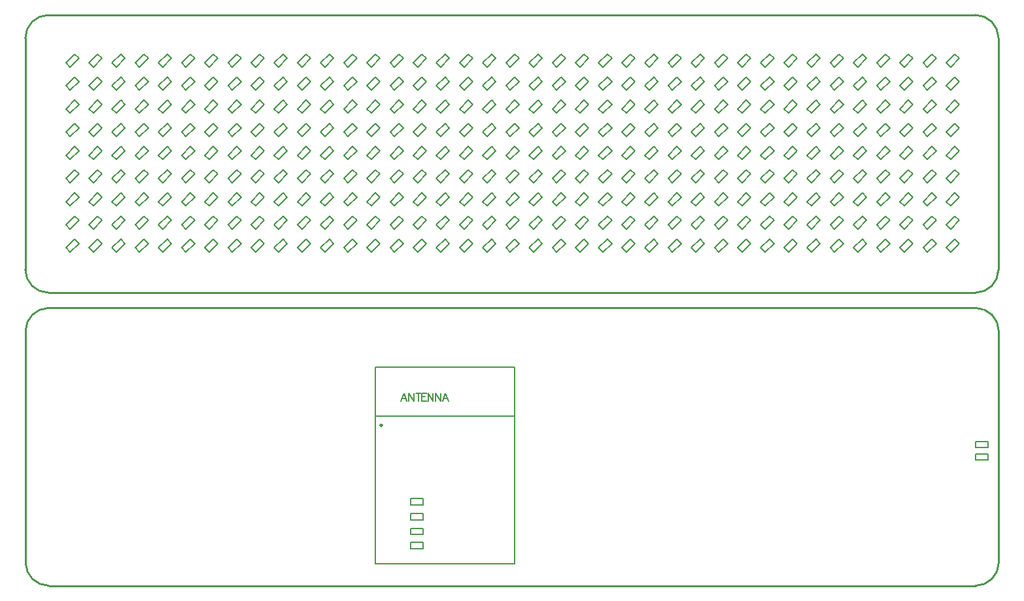
<source format=gm1>
G04*
G04 #@! TF.GenerationSoftware,Altium Limited,Altium Designer,19.0.14 (431)*
G04*
G04 Layer_Color=16711935*
%FSLAX44Y44*%
%MOMM*%
G71*
G01*
G75*
%ADD11C,0.2540*%
%ADD34C,0.1520*%
%ADD35C,0.1270*%
%ADD37C,0.3000*%
%ADD103C,0.1984*%
D11*
X2509000Y1902000D02*
G03*
X2479000Y1932000I-30000J0D01*
G01*
X1279000D02*
G03*
X1249000Y1902000I0J-30000D01*
G01*
Y1602000D02*
G03*
X1279000Y1572000I30000J0D01*
G01*
X2479000D02*
G03*
X2509000Y1602000I0J30000D01*
G01*
Y1902000D01*
X1279000Y1932000D02*
X2479000D01*
X1249000Y1602000D02*
Y1902000D01*
X1279000Y1572000D02*
X2479000D01*
X2479274Y1192274D02*
G03*
X2509274Y1222274I0J30000D01*
G01*
X1249274D02*
G03*
X1279274Y1192274I30000J0D01*
G01*
Y1552274D02*
G03*
X1249274Y1522274I0J-30000D01*
G01*
X2509274D02*
G03*
X2479274Y1552274I-30000J0D01*
G01*
X1249274Y1222274D02*
Y1522274D01*
X1279274Y1192274D02*
X2479274D01*
X1279274Y1552274D02*
X2479274D01*
X2509274Y1222274D02*
Y1522274D01*
D34*
X2509794Y1410854D02*
Y1471854D01*
Y1407854D02*
Y1471854D01*
Y1439854D02*
Y1471854D01*
D35*
X2446903Y1624496D02*
X2458217Y1635810D01*
X2441246Y1630153D02*
X2452560Y1641467D01*
X2441246Y1630153D02*
X2446903Y1624496D01*
X2452560Y1641467D02*
X2458217Y1635810D01*
X2416903Y1624496D02*
X2428217Y1635810D01*
X2411246Y1630153D02*
X2422560Y1641467D01*
X2411246Y1630153D02*
X2416903Y1624496D01*
X2422560Y1641467D02*
X2428217Y1635810D01*
X2386903Y1624496D02*
X2398217Y1635810D01*
X2381246Y1630153D02*
X2392560Y1641467D01*
X2381246Y1630153D02*
X2386903Y1624496D01*
X2392560Y1641467D02*
X2398217Y1635810D01*
X2356903Y1624496D02*
X2368217Y1635810D01*
X2351246Y1630153D02*
X2362560Y1641467D01*
X2351246Y1630153D02*
X2356903Y1624496D01*
X2362560Y1641467D02*
X2368217Y1635810D01*
X2326903Y1624496D02*
X2338217Y1635810D01*
X2321246Y1630153D02*
X2332560Y1641467D01*
X2321246Y1630153D02*
X2326903Y1624496D01*
X2332560Y1641467D02*
X2338217Y1635810D01*
X2296903Y1624496D02*
X2308217Y1635810D01*
X2291246Y1630153D02*
X2302560Y1641467D01*
X2291246Y1630153D02*
X2296903Y1624496D01*
X2302560Y1641467D02*
X2308217Y1635810D01*
X2266903Y1624496D02*
X2278217Y1635810D01*
X2261246Y1630153D02*
X2272560Y1641467D01*
X2261246Y1630153D02*
X2266903Y1624496D01*
X2272560Y1641467D02*
X2278217Y1635810D01*
X2236903Y1624496D02*
X2248217Y1635810D01*
X2231246Y1630153D02*
X2242560Y1641467D01*
X2231246Y1630153D02*
X2236903Y1624496D01*
X2242560Y1641467D02*
X2248217Y1635810D01*
X2206903Y1624496D02*
X2218217Y1635810D01*
X2201246Y1630153D02*
X2212560Y1641467D01*
X2201246Y1630153D02*
X2206903Y1624496D01*
X2212560Y1641467D02*
X2218217Y1635810D01*
X2176903Y1624496D02*
X2188217Y1635810D01*
X2171246Y1630153D02*
X2182560Y1641467D01*
X2171246Y1630153D02*
X2176903Y1624496D01*
X2182560Y1641467D02*
X2188217Y1635810D01*
X2146903Y1624496D02*
X2158217Y1635810D01*
X2141246Y1630153D02*
X2152560Y1641467D01*
X2141246Y1630153D02*
X2146903Y1624496D01*
X2152560Y1641467D02*
X2158217Y1635810D01*
X2116903Y1624496D02*
X2128217Y1635810D01*
X2111246Y1630153D02*
X2122560Y1641467D01*
X2111246Y1630153D02*
X2116903Y1624496D01*
X2122560Y1641467D02*
X2128217Y1635810D01*
X2086903Y1624496D02*
X2098217Y1635810D01*
X2081246Y1630153D02*
X2092560Y1641467D01*
X2081246Y1630153D02*
X2086903Y1624496D01*
X2092560Y1641467D02*
X2098217Y1635810D01*
X2056903Y1624496D02*
X2068217Y1635810D01*
X2051246Y1630153D02*
X2062560Y1641467D01*
X2051246Y1630153D02*
X2056903Y1624496D01*
X2062560Y1641467D02*
X2068217Y1635810D01*
X2026903Y1624496D02*
X2038217Y1635810D01*
X2021246Y1630153D02*
X2032560Y1641467D01*
X2021246Y1630153D02*
X2026903Y1624496D01*
X2032560Y1641467D02*
X2038217Y1635810D01*
X1996903Y1624496D02*
X2008217Y1635810D01*
X1991246Y1630153D02*
X2002560Y1641467D01*
X1991246Y1630153D02*
X1996903Y1624496D01*
X2002560Y1641467D02*
X2008217Y1635810D01*
X1966903Y1624496D02*
X1978217Y1635810D01*
X1961246Y1630153D02*
X1972560Y1641467D01*
X1961246Y1630153D02*
X1966903Y1624496D01*
X1972560Y1641467D02*
X1978217Y1635810D01*
X1936903Y1624496D02*
X1948217Y1635810D01*
X1931246Y1630153D02*
X1942560Y1641467D01*
X1931246Y1630153D02*
X1936903Y1624496D01*
X1942560Y1641467D02*
X1948217Y1635810D01*
X1906903Y1624496D02*
X1918217Y1635810D01*
X1901246Y1630153D02*
X1912560Y1641467D01*
X1901246Y1630153D02*
X1906903Y1624496D01*
X1912560Y1641467D02*
X1918217Y1635810D01*
X1876903Y1624496D02*
X1888217Y1635810D01*
X1871246Y1630153D02*
X1882560Y1641467D01*
X1871246Y1630153D02*
X1876903Y1624496D01*
X1882560Y1641467D02*
X1888217Y1635810D01*
X1846903Y1624496D02*
X1858217Y1635810D01*
X1841246Y1630153D02*
X1852560Y1641467D01*
X1841246Y1630153D02*
X1846903Y1624496D01*
X1852560Y1641467D02*
X1858217Y1635810D01*
X1816903Y1624496D02*
X1828217Y1635810D01*
X1811246Y1630153D02*
X1822560Y1641467D01*
X1811246Y1630153D02*
X1816903Y1624496D01*
X1822560Y1641467D02*
X1828217Y1635810D01*
X1786903Y1624496D02*
X1798217Y1635810D01*
X1781246Y1630153D02*
X1792560Y1641467D01*
X1781246Y1630153D02*
X1786903Y1624496D01*
X1792560Y1641467D02*
X1798217Y1635810D01*
X1756903Y1624496D02*
X1768217Y1635810D01*
X1751246Y1630153D02*
X1762560Y1641467D01*
X1751246Y1630153D02*
X1756903Y1624496D01*
X1762560Y1641467D02*
X1768217Y1635810D01*
X1726903Y1624496D02*
X1738217Y1635810D01*
X1721246Y1630153D02*
X1732560Y1641467D01*
X1721246Y1630153D02*
X1726903Y1624496D01*
X1732560Y1641467D02*
X1738217Y1635810D01*
X1696903Y1624496D02*
X1708217Y1635810D01*
X1691246Y1630153D02*
X1702560Y1641467D01*
X1691246Y1630153D02*
X1696903Y1624496D01*
X1702560Y1641467D02*
X1708217Y1635810D01*
X1666903Y1624496D02*
X1678217Y1635810D01*
X1661246Y1630153D02*
X1672560Y1641467D01*
X1661246Y1630153D02*
X1666903Y1624496D01*
X1672560Y1641467D02*
X1678217Y1635810D01*
X1636903Y1624496D02*
X1648217Y1635810D01*
X1631246Y1630153D02*
X1642560Y1641467D01*
X1631246Y1630153D02*
X1636903Y1624496D01*
X1642560Y1641467D02*
X1648217Y1635810D01*
X1606903Y1624496D02*
X1618217Y1635810D01*
X1601246Y1630153D02*
X1612560Y1641467D01*
X1601246Y1630153D02*
X1606903Y1624496D01*
X1612560Y1641467D02*
X1618217Y1635810D01*
X1576903Y1624496D02*
X1588217Y1635810D01*
X1571246Y1630153D02*
X1582560Y1641467D01*
X1571246Y1630153D02*
X1576903Y1624496D01*
X1582560Y1641467D02*
X1588217Y1635810D01*
X1546903Y1624496D02*
X1558217Y1635810D01*
X1541246Y1630153D02*
X1552560Y1641467D01*
X1541246Y1630153D02*
X1546903Y1624496D01*
X1552560Y1641467D02*
X1558217Y1635810D01*
X1516903Y1624496D02*
X1528217Y1635810D01*
X1511246Y1630153D02*
X1522560Y1641467D01*
X1511246Y1630153D02*
X1516903Y1624496D01*
X1522560Y1641467D02*
X1528217Y1635810D01*
X1486903Y1624496D02*
X1498217Y1635810D01*
X1481246Y1630153D02*
X1492560Y1641467D01*
X1481246Y1630153D02*
X1486903Y1624496D01*
X1492560Y1641467D02*
X1498217Y1635810D01*
X1456903Y1624496D02*
X1468217Y1635810D01*
X1451246Y1630153D02*
X1462560Y1641467D01*
X1451246Y1630153D02*
X1456903Y1624496D01*
X1462560Y1641467D02*
X1468217Y1635810D01*
X1426903Y1624496D02*
X1438217Y1635810D01*
X1421246Y1630153D02*
X1432560Y1641467D01*
X1421246Y1630153D02*
X1426903Y1624496D01*
X1432560Y1641467D02*
X1438217Y1635810D01*
X1396903Y1624496D02*
X1408217Y1635810D01*
X1391246Y1630153D02*
X1402560Y1641467D01*
X1391246Y1630153D02*
X1396903Y1624496D01*
X1402560Y1641467D02*
X1408217Y1635810D01*
X1366903Y1624496D02*
X1378217Y1635810D01*
X1361246Y1630153D02*
X1372560Y1641467D01*
X1361246Y1630153D02*
X1366903Y1624496D01*
X1372560Y1641467D02*
X1378217Y1635810D01*
X1336903Y1624496D02*
X1348217Y1635810D01*
X1331246Y1630153D02*
X1342560Y1641467D01*
X1331246Y1630153D02*
X1336903Y1624496D01*
X1342560Y1641467D02*
X1348217Y1635810D01*
X1306903Y1624496D02*
X1318217Y1635810D01*
X1301246Y1630153D02*
X1312560Y1641467D01*
X1301246Y1630153D02*
X1306903Y1624496D01*
X1312560Y1641467D02*
X1318217Y1635810D01*
X2446903Y1654496D02*
X2458217Y1665810D01*
X2441246Y1660153D02*
X2452560Y1671467D01*
X2441246Y1660153D02*
X2446903Y1654496D01*
X2452560Y1671467D02*
X2458217Y1665810D01*
X2416903Y1654496D02*
X2428217Y1665810D01*
X2411246Y1660153D02*
X2422560Y1671467D01*
X2411246Y1660153D02*
X2416903Y1654496D01*
X2422560Y1671467D02*
X2428217Y1665810D01*
X2386903Y1654496D02*
X2398217Y1665810D01*
X2381246Y1660153D02*
X2392560Y1671467D01*
X2381246Y1660153D02*
X2386903Y1654496D01*
X2392560Y1671467D02*
X2398217Y1665810D01*
X2356903Y1654496D02*
X2368217Y1665810D01*
X2351246Y1660153D02*
X2362560Y1671467D01*
X2351246Y1660153D02*
X2356903Y1654496D01*
X2362560Y1671467D02*
X2368217Y1665810D01*
X2326903Y1654496D02*
X2338217Y1665810D01*
X2321246Y1660153D02*
X2332560Y1671467D01*
X2321246Y1660153D02*
X2326903Y1654496D01*
X2332560Y1671467D02*
X2338217Y1665810D01*
X2296903Y1654496D02*
X2308217Y1665810D01*
X2291246Y1660153D02*
X2302560Y1671467D01*
X2291246Y1660153D02*
X2296903Y1654496D01*
X2302560Y1671467D02*
X2308217Y1665810D01*
X2266903Y1654496D02*
X2278217Y1665810D01*
X2261246Y1660153D02*
X2272560Y1671467D01*
X2261246Y1660153D02*
X2266903Y1654496D01*
X2272560Y1671467D02*
X2278217Y1665810D01*
X2236903Y1654496D02*
X2248217Y1665810D01*
X2231246Y1660153D02*
X2242560Y1671467D01*
X2231246Y1660153D02*
X2236903Y1654496D01*
X2242560Y1671467D02*
X2248217Y1665810D01*
X2206903Y1654496D02*
X2218217Y1665810D01*
X2201246Y1660153D02*
X2212560Y1671467D01*
X2201246Y1660153D02*
X2206903Y1654496D01*
X2212560Y1671467D02*
X2218217Y1665810D01*
X2176903Y1654496D02*
X2188217Y1665810D01*
X2171246Y1660153D02*
X2182560Y1671467D01*
X2171246Y1660153D02*
X2176903Y1654496D01*
X2182560Y1671467D02*
X2188217Y1665810D01*
X2146903Y1654496D02*
X2158217Y1665810D01*
X2141246Y1660153D02*
X2152560Y1671467D01*
X2141246Y1660153D02*
X2146903Y1654496D01*
X2152560Y1671467D02*
X2158217Y1665810D01*
X2116903Y1654496D02*
X2128217Y1665810D01*
X2111246Y1660153D02*
X2122560Y1671467D01*
X2111246Y1660153D02*
X2116903Y1654496D01*
X2122560Y1671467D02*
X2128217Y1665810D01*
X2086903Y1654496D02*
X2098217Y1665810D01*
X2081246Y1660153D02*
X2092560Y1671467D01*
X2081246Y1660153D02*
X2086903Y1654496D01*
X2092560Y1671467D02*
X2098217Y1665810D01*
X2056903Y1654496D02*
X2068217Y1665810D01*
X2051246Y1660153D02*
X2062560Y1671467D01*
X2051246Y1660153D02*
X2056903Y1654496D01*
X2062560Y1671467D02*
X2068217Y1665810D01*
X2026903Y1654496D02*
X2038217Y1665810D01*
X2021246Y1660153D02*
X2032560Y1671467D01*
X2021246Y1660153D02*
X2026903Y1654496D01*
X2032560Y1671467D02*
X2038217Y1665810D01*
X1996903Y1654496D02*
X2008217Y1665810D01*
X1991246Y1660153D02*
X2002560Y1671467D01*
X1991246Y1660153D02*
X1996903Y1654496D01*
X2002560Y1671467D02*
X2008217Y1665810D01*
X1966903Y1654496D02*
X1978217Y1665810D01*
X1961246Y1660153D02*
X1972560Y1671467D01*
X1961246Y1660153D02*
X1966903Y1654496D01*
X1972560Y1671467D02*
X1978217Y1665810D01*
X1936903Y1654496D02*
X1948217Y1665810D01*
X1931246Y1660153D02*
X1942560Y1671467D01*
X1931246Y1660153D02*
X1936903Y1654496D01*
X1942560Y1671467D02*
X1948217Y1665810D01*
X1906903Y1654496D02*
X1918217Y1665810D01*
X1901246Y1660153D02*
X1912560Y1671467D01*
X1901246Y1660153D02*
X1906903Y1654496D01*
X1912560Y1671467D02*
X1918217Y1665810D01*
X1876903Y1654496D02*
X1888217Y1665810D01*
X1871246Y1660153D02*
X1882560Y1671467D01*
X1871246Y1660153D02*
X1876903Y1654496D01*
X1882560Y1671467D02*
X1888217Y1665810D01*
X1846903Y1654496D02*
X1858217Y1665810D01*
X1841246Y1660153D02*
X1852560Y1671467D01*
X1841246Y1660153D02*
X1846903Y1654496D01*
X1852560Y1671467D02*
X1858217Y1665810D01*
X1816903Y1654496D02*
X1828217Y1665810D01*
X1811246Y1660153D02*
X1822560Y1671467D01*
X1811246Y1660153D02*
X1816903Y1654496D01*
X1822560Y1671467D02*
X1828217Y1665810D01*
X1786903Y1654496D02*
X1798217Y1665810D01*
X1781246Y1660153D02*
X1792560Y1671467D01*
X1781246Y1660153D02*
X1786903Y1654496D01*
X1792560Y1671467D02*
X1798217Y1665810D01*
X1756903Y1654496D02*
X1768217Y1665810D01*
X1751246Y1660153D02*
X1762560Y1671467D01*
X1751246Y1660153D02*
X1756903Y1654496D01*
X1762560Y1671467D02*
X1768217Y1665810D01*
X1726903Y1654496D02*
X1738217Y1665810D01*
X1721246Y1660153D02*
X1732560Y1671467D01*
X1721246Y1660153D02*
X1726903Y1654496D01*
X1732560Y1671467D02*
X1738217Y1665810D01*
X1696903Y1654496D02*
X1708217Y1665810D01*
X1691246Y1660153D02*
X1702560Y1671467D01*
X1691246Y1660153D02*
X1696903Y1654496D01*
X1702560Y1671467D02*
X1708217Y1665810D01*
X1666903Y1654496D02*
X1678217Y1665810D01*
X1661246Y1660153D02*
X1672560Y1671467D01*
X1661246Y1660153D02*
X1666903Y1654496D01*
X1672560Y1671467D02*
X1678217Y1665810D01*
X1636903Y1654496D02*
X1648217Y1665810D01*
X1631246Y1660153D02*
X1642560Y1671467D01*
X1631246Y1660153D02*
X1636903Y1654496D01*
X1642560Y1671467D02*
X1648217Y1665810D01*
X1606903Y1654496D02*
X1618217Y1665810D01*
X1601246Y1660153D02*
X1612560Y1671467D01*
X1601246Y1660153D02*
X1606903Y1654496D01*
X1612560Y1671467D02*
X1618217Y1665810D01*
X1576903Y1654496D02*
X1588217Y1665810D01*
X1571246Y1660153D02*
X1582560Y1671467D01*
X1571246Y1660153D02*
X1576903Y1654496D01*
X1582560Y1671467D02*
X1588217Y1665810D01*
X1546903Y1654496D02*
X1558217Y1665810D01*
X1541246Y1660153D02*
X1552560Y1671467D01*
X1541246Y1660153D02*
X1546903Y1654496D01*
X1552560Y1671467D02*
X1558217Y1665810D01*
X1516903Y1654496D02*
X1528217Y1665810D01*
X1511246Y1660153D02*
X1522560Y1671467D01*
X1511246Y1660153D02*
X1516903Y1654496D01*
X1522560Y1671467D02*
X1528217Y1665810D01*
X1486903Y1654496D02*
X1498217Y1665810D01*
X1481246Y1660153D02*
X1492560Y1671467D01*
X1481246Y1660153D02*
X1486903Y1654496D01*
X1492560Y1671467D02*
X1498217Y1665810D01*
X1456903Y1654496D02*
X1468217Y1665810D01*
X1451246Y1660153D02*
X1462560Y1671467D01*
X1451246Y1660153D02*
X1456903Y1654496D01*
X1462560Y1671467D02*
X1468217Y1665810D01*
X1426903Y1654496D02*
X1438217Y1665810D01*
X1421246Y1660153D02*
X1432560Y1671467D01*
X1421246Y1660153D02*
X1426903Y1654496D01*
X1432560Y1671467D02*
X1438217Y1665810D01*
X1396903Y1654496D02*
X1408217Y1665810D01*
X1391246Y1660153D02*
X1402560Y1671467D01*
X1391246Y1660153D02*
X1396903Y1654496D01*
X1402560Y1671467D02*
X1408217Y1665810D01*
X1366903Y1654496D02*
X1378217Y1665810D01*
X1361246Y1660153D02*
X1372560Y1671467D01*
X1361246Y1660153D02*
X1366903Y1654496D01*
X1372560Y1671467D02*
X1378217Y1665810D01*
X1336903Y1654496D02*
X1348217Y1665810D01*
X1331246Y1660153D02*
X1342560Y1671467D01*
X1331246Y1660153D02*
X1336903Y1654496D01*
X1342560Y1671467D02*
X1348217Y1665810D01*
X1306903Y1654496D02*
X1318217Y1665810D01*
X1301246Y1660153D02*
X1312560Y1671467D01*
X1301246Y1660153D02*
X1306903Y1654496D01*
X1312560Y1671467D02*
X1318217Y1665810D01*
X2446903Y1684496D02*
X2458217Y1695810D01*
X2441246Y1690153D02*
X2452560Y1701467D01*
X2441246Y1690153D02*
X2446903Y1684496D01*
X2452560Y1701467D02*
X2458217Y1695810D01*
X2416903Y1684496D02*
X2428217Y1695810D01*
X2411246Y1690153D02*
X2422560Y1701467D01*
X2411246Y1690153D02*
X2416903Y1684496D01*
X2422560Y1701467D02*
X2428217Y1695810D01*
X2386903Y1684496D02*
X2398217Y1695810D01*
X2381246Y1690153D02*
X2392560Y1701467D01*
X2381246Y1690153D02*
X2386903Y1684496D01*
X2392560Y1701467D02*
X2398217Y1695810D01*
X2356903Y1684496D02*
X2368217Y1695810D01*
X2351246Y1690153D02*
X2362560Y1701467D01*
X2351246Y1690153D02*
X2356903Y1684496D01*
X2362560Y1701467D02*
X2368217Y1695810D01*
X2326903Y1684496D02*
X2338217Y1695810D01*
X2321246Y1690153D02*
X2332560Y1701467D01*
X2321246Y1690153D02*
X2326903Y1684496D01*
X2332560Y1701467D02*
X2338217Y1695810D01*
X2296903Y1684496D02*
X2308217Y1695810D01*
X2291246Y1690153D02*
X2302560Y1701467D01*
X2291246Y1690153D02*
X2296903Y1684496D01*
X2302560Y1701467D02*
X2308217Y1695810D01*
X2266903Y1684496D02*
X2278217Y1695810D01*
X2261246Y1690153D02*
X2272560Y1701467D01*
X2261246Y1690153D02*
X2266903Y1684496D01*
X2272560Y1701467D02*
X2278217Y1695810D01*
X2236903Y1684496D02*
X2248217Y1695810D01*
X2231246Y1690153D02*
X2242560Y1701467D01*
X2231246Y1690153D02*
X2236903Y1684496D01*
X2242560Y1701467D02*
X2248217Y1695810D01*
X2206903Y1684496D02*
X2218217Y1695810D01*
X2201246Y1690153D02*
X2212560Y1701467D01*
X2201246Y1690153D02*
X2206903Y1684496D01*
X2212560Y1701467D02*
X2218217Y1695810D01*
X2176903Y1684496D02*
X2188217Y1695810D01*
X2171246Y1690153D02*
X2182560Y1701467D01*
X2171246Y1690153D02*
X2176903Y1684496D01*
X2182560Y1701467D02*
X2188217Y1695810D01*
X2146903Y1684496D02*
X2158217Y1695810D01*
X2141246Y1690153D02*
X2152560Y1701467D01*
X2141246Y1690153D02*
X2146903Y1684496D01*
X2152560Y1701467D02*
X2158217Y1695810D01*
X2116903Y1684496D02*
X2128217Y1695810D01*
X2111246Y1690153D02*
X2122560Y1701467D01*
X2111246Y1690153D02*
X2116903Y1684496D01*
X2122560Y1701467D02*
X2128217Y1695810D01*
X2086903Y1684496D02*
X2098217Y1695810D01*
X2081246Y1690153D02*
X2092560Y1701467D01*
X2081246Y1690153D02*
X2086903Y1684496D01*
X2092560Y1701467D02*
X2098217Y1695810D01*
X2056903Y1684496D02*
X2068217Y1695810D01*
X2051246Y1690153D02*
X2062560Y1701467D01*
X2051246Y1690153D02*
X2056903Y1684496D01*
X2062560Y1701467D02*
X2068217Y1695810D01*
X2026903Y1684496D02*
X2038217Y1695810D01*
X2021246Y1690153D02*
X2032560Y1701467D01*
X2021246Y1690153D02*
X2026903Y1684496D01*
X2032560Y1701467D02*
X2038217Y1695810D01*
X1996903Y1684496D02*
X2008217Y1695810D01*
X1991246Y1690153D02*
X2002560Y1701467D01*
X1991246Y1690153D02*
X1996903Y1684496D01*
X2002560Y1701467D02*
X2008217Y1695810D01*
X1966903Y1684496D02*
X1978217Y1695810D01*
X1961246Y1690153D02*
X1972560Y1701467D01*
X1961246Y1690153D02*
X1966903Y1684496D01*
X1972560Y1701467D02*
X1978217Y1695810D01*
X1936903Y1684496D02*
X1948217Y1695810D01*
X1931246Y1690153D02*
X1942560Y1701467D01*
X1931246Y1690153D02*
X1936903Y1684496D01*
X1942560Y1701467D02*
X1948217Y1695810D01*
X1906903Y1684496D02*
X1918217Y1695810D01*
X1901246Y1690153D02*
X1912560Y1701467D01*
X1901246Y1690153D02*
X1906903Y1684496D01*
X1912560Y1701467D02*
X1918217Y1695810D01*
X1876903Y1684496D02*
X1888217Y1695810D01*
X1871246Y1690153D02*
X1882560Y1701467D01*
X1871246Y1690153D02*
X1876903Y1684496D01*
X1882560Y1701467D02*
X1888217Y1695810D01*
X1846903Y1684496D02*
X1858217Y1695810D01*
X1841246Y1690153D02*
X1852560Y1701467D01*
X1841246Y1690153D02*
X1846903Y1684496D01*
X1852560Y1701467D02*
X1858217Y1695810D01*
X1816903Y1684496D02*
X1828217Y1695810D01*
X1811246Y1690153D02*
X1822560Y1701467D01*
X1811246Y1690153D02*
X1816903Y1684496D01*
X1822560Y1701467D02*
X1828217Y1695810D01*
X1786903Y1684496D02*
X1798217Y1695810D01*
X1781246Y1690153D02*
X1792560Y1701467D01*
X1781246Y1690153D02*
X1786903Y1684496D01*
X1792560Y1701467D02*
X1798217Y1695810D01*
X1756903Y1684496D02*
X1768217Y1695810D01*
X1751246Y1690153D02*
X1762560Y1701467D01*
X1751246Y1690153D02*
X1756903Y1684496D01*
X1762560Y1701467D02*
X1768217Y1695810D01*
X1726903Y1684496D02*
X1738217Y1695810D01*
X1721246Y1690153D02*
X1732560Y1701467D01*
X1721246Y1690153D02*
X1726903Y1684496D01*
X1732560Y1701467D02*
X1738217Y1695810D01*
X1696903Y1684496D02*
X1708217Y1695810D01*
X1691246Y1690153D02*
X1702560Y1701467D01*
X1691246Y1690153D02*
X1696903Y1684496D01*
X1702560Y1701467D02*
X1708217Y1695810D01*
X1666903Y1684496D02*
X1678217Y1695810D01*
X1661246Y1690153D02*
X1672560Y1701467D01*
X1661246Y1690153D02*
X1666903Y1684496D01*
X1672560Y1701467D02*
X1678217Y1695810D01*
X1636903Y1684496D02*
X1648217Y1695810D01*
X1631246Y1690153D02*
X1642560Y1701467D01*
X1631246Y1690153D02*
X1636903Y1684496D01*
X1642560Y1701467D02*
X1648217Y1695810D01*
X1606903Y1684496D02*
X1618217Y1695810D01*
X1601246Y1690153D02*
X1612560Y1701467D01*
X1601246Y1690153D02*
X1606903Y1684496D01*
X1612560Y1701467D02*
X1618217Y1695810D01*
X1576903Y1684496D02*
X1588217Y1695810D01*
X1571246Y1690153D02*
X1582560Y1701467D01*
X1571246Y1690153D02*
X1576903Y1684496D01*
X1582560Y1701467D02*
X1588217Y1695810D01*
X1546903Y1684496D02*
X1558217Y1695810D01*
X1541246Y1690153D02*
X1552560Y1701467D01*
X1541246Y1690153D02*
X1546903Y1684496D01*
X1552560Y1701467D02*
X1558217Y1695810D01*
X1516903Y1684496D02*
X1528217Y1695810D01*
X1511246Y1690153D02*
X1522560Y1701467D01*
X1511246Y1690153D02*
X1516903Y1684496D01*
X1522560Y1701467D02*
X1528217Y1695810D01*
X1486903Y1684496D02*
X1498217Y1695810D01*
X1481246Y1690153D02*
X1492560Y1701467D01*
X1481246Y1690153D02*
X1486903Y1684496D01*
X1492560Y1701467D02*
X1498217Y1695810D01*
X1456903Y1684496D02*
X1468217Y1695810D01*
X1451246Y1690153D02*
X1462560Y1701467D01*
X1451246Y1690153D02*
X1456903Y1684496D01*
X1462560Y1701467D02*
X1468217Y1695810D01*
X1426903Y1684496D02*
X1438217Y1695810D01*
X1421246Y1690153D02*
X1432560Y1701467D01*
X1421246Y1690153D02*
X1426903Y1684496D01*
X1432560Y1701467D02*
X1438217Y1695810D01*
X1396903Y1684496D02*
X1408217Y1695810D01*
X1391246Y1690153D02*
X1402560Y1701467D01*
X1391246Y1690153D02*
X1396903Y1684496D01*
X1402560Y1701467D02*
X1408217Y1695810D01*
X1366903Y1684496D02*
X1378217Y1695810D01*
X1361246Y1690153D02*
X1372560Y1701467D01*
X1361246Y1690153D02*
X1366903Y1684496D01*
X1372560Y1701467D02*
X1378217Y1695810D01*
X1336903Y1684496D02*
X1348217Y1695810D01*
X1331246Y1690153D02*
X1342560Y1701467D01*
X1331246Y1690153D02*
X1336903Y1684496D01*
X1342560Y1701467D02*
X1348217Y1695810D01*
X1306903Y1684496D02*
X1318217Y1695810D01*
X1301246Y1690153D02*
X1312560Y1701467D01*
X1301246Y1690153D02*
X1306903Y1684496D01*
X1312560Y1701467D02*
X1318217Y1695810D01*
X2446903Y1714496D02*
X2458217Y1725810D01*
X2441246Y1720153D02*
X2452560Y1731467D01*
X2441246Y1720153D02*
X2446903Y1714496D01*
X2452560Y1731467D02*
X2458217Y1725810D01*
X2416903Y1714496D02*
X2428217Y1725810D01*
X2411246Y1720153D02*
X2422560Y1731467D01*
X2411246Y1720153D02*
X2416903Y1714496D01*
X2422560Y1731467D02*
X2428217Y1725810D01*
X2386903Y1714496D02*
X2398217Y1725810D01*
X2381246Y1720153D02*
X2392560Y1731467D01*
X2381246Y1720153D02*
X2386903Y1714496D01*
X2392560Y1731467D02*
X2398217Y1725810D01*
X2356903Y1714496D02*
X2368217Y1725810D01*
X2351246Y1720153D02*
X2362560Y1731467D01*
X2351246Y1720153D02*
X2356903Y1714496D01*
X2362560Y1731467D02*
X2368217Y1725810D01*
X2326903Y1714496D02*
X2338217Y1725810D01*
X2321246Y1720153D02*
X2332560Y1731467D01*
X2321246Y1720153D02*
X2326903Y1714496D01*
X2332560Y1731467D02*
X2338217Y1725810D01*
X2296903Y1714496D02*
X2308217Y1725810D01*
X2291246Y1720153D02*
X2302560Y1731467D01*
X2291246Y1720153D02*
X2296903Y1714496D01*
X2302560Y1731467D02*
X2308217Y1725810D01*
X2266903Y1714496D02*
X2278217Y1725810D01*
X2261246Y1720153D02*
X2272560Y1731467D01*
X2261246Y1720153D02*
X2266903Y1714496D01*
X2272560Y1731467D02*
X2278217Y1725810D01*
X2236903Y1714496D02*
X2248217Y1725810D01*
X2231246Y1720153D02*
X2242560Y1731467D01*
X2231246Y1720153D02*
X2236903Y1714496D01*
X2242560Y1731467D02*
X2248217Y1725810D01*
X2206903Y1714496D02*
X2218217Y1725810D01*
X2201246Y1720153D02*
X2212560Y1731467D01*
X2201246Y1720153D02*
X2206903Y1714496D01*
X2212560Y1731467D02*
X2218217Y1725810D01*
X2176903Y1714496D02*
X2188217Y1725810D01*
X2171246Y1720153D02*
X2182560Y1731467D01*
X2171246Y1720153D02*
X2176903Y1714496D01*
X2182560Y1731467D02*
X2188217Y1725810D01*
X2146903Y1714496D02*
X2158217Y1725810D01*
X2141246Y1720153D02*
X2152560Y1731467D01*
X2141246Y1720153D02*
X2146903Y1714496D01*
X2152560Y1731467D02*
X2158217Y1725810D01*
X2116903Y1714496D02*
X2128217Y1725810D01*
X2111246Y1720153D02*
X2122560Y1731467D01*
X2111246Y1720153D02*
X2116903Y1714496D01*
X2122560Y1731467D02*
X2128217Y1725810D01*
X2086903Y1714496D02*
X2098217Y1725810D01*
X2081246Y1720153D02*
X2092560Y1731467D01*
X2081246Y1720153D02*
X2086903Y1714496D01*
X2092560Y1731467D02*
X2098217Y1725810D01*
X2056903Y1714496D02*
X2068217Y1725810D01*
X2051246Y1720153D02*
X2062560Y1731467D01*
X2051246Y1720153D02*
X2056903Y1714496D01*
X2062560Y1731467D02*
X2068217Y1725810D01*
X2026903Y1714496D02*
X2038217Y1725810D01*
X2021246Y1720153D02*
X2032560Y1731467D01*
X2021246Y1720153D02*
X2026903Y1714496D01*
X2032560Y1731467D02*
X2038217Y1725810D01*
X1996903Y1714496D02*
X2008217Y1725810D01*
X1991246Y1720153D02*
X2002560Y1731467D01*
X1991246Y1720153D02*
X1996903Y1714496D01*
X2002560Y1731467D02*
X2008217Y1725810D01*
X1966903Y1714496D02*
X1978217Y1725810D01*
X1961246Y1720153D02*
X1972560Y1731467D01*
X1961246Y1720153D02*
X1966903Y1714496D01*
X1972560Y1731467D02*
X1978217Y1725810D01*
X1936903Y1714496D02*
X1948217Y1725810D01*
X1931246Y1720153D02*
X1942560Y1731467D01*
X1931246Y1720153D02*
X1936903Y1714496D01*
X1942560Y1731467D02*
X1948217Y1725810D01*
X1906903Y1714496D02*
X1918217Y1725810D01*
X1901246Y1720153D02*
X1912560Y1731467D01*
X1901246Y1720153D02*
X1906903Y1714496D01*
X1912560Y1731467D02*
X1918217Y1725810D01*
X1876903Y1714496D02*
X1888217Y1725810D01*
X1871246Y1720153D02*
X1882560Y1731467D01*
X1871246Y1720153D02*
X1876903Y1714496D01*
X1882560Y1731467D02*
X1888217Y1725810D01*
X1846903Y1714496D02*
X1858217Y1725810D01*
X1841246Y1720153D02*
X1852560Y1731467D01*
X1841246Y1720153D02*
X1846903Y1714496D01*
X1852560Y1731467D02*
X1858217Y1725810D01*
X1816903Y1714496D02*
X1828217Y1725810D01*
X1811246Y1720153D02*
X1822560Y1731467D01*
X1811246Y1720153D02*
X1816903Y1714496D01*
X1822560Y1731467D02*
X1828217Y1725810D01*
X1786903Y1714496D02*
X1798217Y1725810D01*
X1781246Y1720153D02*
X1792560Y1731467D01*
X1781246Y1720153D02*
X1786903Y1714496D01*
X1792560Y1731467D02*
X1798217Y1725810D01*
X1756903Y1714496D02*
X1768217Y1725810D01*
X1751246Y1720153D02*
X1762560Y1731467D01*
X1751246Y1720153D02*
X1756903Y1714496D01*
X1762560Y1731467D02*
X1768217Y1725810D01*
X1726903Y1714496D02*
X1738217Y1725810D01*
X1721246Y1720153D02*
X1732560Y1731467D01*
X1721246Y1720153D02*
X1726903Y1714496D01*
X1732560Y1731467D02*
X1738217Y1725810D01*
X1696903Y1714496D02*
X1708217Y1725810D01*
X1691246Y1720153D02*
X1702560Y1731467D01*
X1691246Y1720153D02*
X1696903Y1714496D01*
X1702560Y1731467D02*
X1708217Y1725810D01*
X1666903Y1714496D02*
X1678217Y1725810D01*
X1661246Y1720153D02*
X1672560Y1731467D01*
X1661246Y1720153D02*
X1666903Y1714496D01*
X1672560Y1731467D02*
X1678217Y1725810D01*
X1636903Y1714496D02*
X1648217Y1725810D01*
X1631246Y1720153D02*
X1642560Y1731467D01*
X1631246Y1720153D02*
X1636903Y1714496D01*
X1642560Y1731467D02*
X1648217Y1725810D01*
X1606903Y1714496D02*
X1618217Y1725810D01*
X1601246Y1720153D02*
X1612560Y1731467D01*
X1601246Y1720153D02*
X1606903Y1714496D01*
X1612560Y1731467D02*
X1618217Y1725810D01*
X1576903Y1714496D02*
X1588217Y1725810D01*
X1571246Y1720153D02*
X1582560Y1731467D01*
X1571246Y1720153D02*
X1576903Y1714496D01*
X1582560Y1731467D02*
X1588217Y1725810D01*
X1546903Y1714496D02*
X1558217Y1725810D01*
X1541246Y1720153D02*
X1552560Y1731467D01*
X1541246Y1720153D02*
X1546903Y1714496D01*
X1552560Y1731467D02*
X1558217Y1725810D01*
X1516903Y1714496D02*
X1528217Y1725810D01*
X1511246Y1720153D02*
X1522560Y1731467D01*
X1511246Y1720153D02*
X1516903Y1714496D01*
X1522560Y1731467D02*
X1528217Y1725810D01*
X1486903Y1714496D02*
X1498217Y1725810D01*
X1481246Y1720153D02*
X1492560Y1731467D01*
X1481246Y1720153D02*
X1486903Y1714496D01*
X1492560Y1731467D02*
X1498217Y1725810D01*
X1456903Y1714496D02*
X1468217Y1725810D01*
X1451246Y1720153D02*
X1462560Y1731467D01*
X1451246Y1720153D02*
X1456903Y1714496D01*
X1462560Y1731467D02*
X1468217Y1725810D01*
X1426903Y1714496D02*
X1438217Y1725810D01*
X1421246Y1720153D02*
X1432560Y1731467D01*
X1421246Y1720153D02*
X1426903Y1714496D01*
X1432560Y1731467D02*
X1438217Y1725810D01*
X1396903Y1714496D02*
X1408217Y1725810D01*
X1391246Y1720153D02*
X1402560Y1731467D01*
X1391246Y1720153D02*
X1396903Y1714496D01*
X1402560Y1731467D02*
X1408217Y1725810D01*
X1366903Y1714496D02*
X1378217Y1725810D01*
X1361246Y1720153D02*
X1372560Y1731467D01*
X1361246Y1720153D02*
X1366903Y1714496D01*
X1372560Y1731467D02*
X1378217Y1725810D01*
X1336903Y1714496D02*
X1348217Y1725810D01*
X1331246Y1720153D02*
X1342560Y1731467D01*
X1331246Y1720153D02*
X1336903Y1714496D01*
X1342560Y1731467D02*
X1348217Y1725810D01*
X1306903Y1714496D02*
X1318217Y1725810D01*
X1301246Y1720153D02*
X1312560Y1731467D01*
X1301246Y1720153D02*
X1306903Y1714496D01*
X1312560Y1731467D02*
X1318217Y1725810D01*
X2446903Y1744496D02*
X2458217Y1755810D01*
X2441246Y1750153D02*
X2452560Y1761467D01*
X2441246Y1750153D02*
X2446903Y1744496D01*
X2452560Y1761467D02*
X2458217Y1755810D01*
X2416903Y1744496D02*
X2428217Y1755810D01*
X2411246Y1750153D02*
X2422560Y1761467D01*
X2411246Y1750153D02*
X2416903Y1744496D01*
X2422560Y1761467D02*
X2428217Y1755810D01*
X2386903Y1744496D02*
X2398217Y1755810D01*
X2381246Y1750153D02*
X2392560Y1761467D01*
X2381246Y1750153D02*
X2386903Y1744496D01*
X2392560Y1761467D02*
X2398217Y1755810D01*
X2356903Y1744496D02*
X2368217Y1755810D01*
X2351246Y1750153D02*
X2362560Y1761467D01*
X2351246Y1750153D02*
X2356903Y1744496D01*
X2362560Y1761467D02*
X2368217Y1755810D01*
X2326903Y1744496D02*
X2338217Y1755810D01*
X2321246Y1750153D02*
X2332560Y1761467D01*
X2321246Y1750153D02*
X2326903Y1744496D01*
X2332560Y1761467D02*
X2338217Y1755810D01*
X2296903Y1744496D02*
X2308217Y1755810D01*
X2291246Y1750153D02*
X2302560Y1761467D01*
X2291246Y1750153D02*
X2296903Y1744496D01*
X2302560Y1761467D02*
X2308217Y1755810D01*
X2266903Y1744496D02*
X2278217Y1755810D01*
X2261246Y1750153D02*
X2272560Y1761467D01*
X2261246Y1750153D02*
X2266903Y1744496D01*
X2272560Y1761467D02*
X2278217Y1755810D01*
X2236903Y1744496D02*
X2248217Y1755810D01*
X2231246Y1750153D02*
X2242560Y1761467D01*
X2231246Y1750153D02*
X2236903Y1744496D01*
X2242560Y1761467D02*
X2248217Y1755810D01*
X2206903Y1744496D02*
X2218217Y1755810D01*
X2201246Y1750153D02*
X2212560Y1761467D01*
X2201246Y1750153D02*
X2206903Y1744496D01*
X2212560Y1761467D02*
X2218217Y1755810D01*
X2176903Y1744496D02*
X2188217Y1755810D01*
X2171246Y1750153D02*
X2182560Y1761467D01*
X2171246Y1750153D02*
X2176903Y1744496D01*
X2182560Y1761467D02*
X2188217Y1755810D01*
X2146903Y1744496D02*
X2158217Y1755810D01*
X2141246Y1750153D02*
X2152560Y1761467D01*
X2141246Y1750153D02*
X2146903Y1744496D01*
X2152560Y1761467D02*
X2158217Y1755810D01*
X2116903Y1744496D02*
X2128217Y1755810D01*
X2111246Y1750153D02*
X2122560Y1761467D01*
X2111246Y1750153D02*
X2116903Y1744496D01*
X2122560Y1761467D02*
X2128217Y1755810D01*
X2086903Y1744496D02*
X2098217Y1755810D01*
X2081246Y1750153D02*
X2092560Y1761467D01*
X2081246Y1750153D02*
X2086903Y1744496D01*
X2092560Y1761467D02*
X2098217Y1755810D01*
X2056903Y1744496D02*
X2068217Y1755810D01*
X2051246Y1750153D02*
X2062560Y1761467D01*
X2051246Y1750153D02*
X2056903Y1744496D01*
X2062560Y1761467D02*
X2068217Y1755810D01*
X2026903Y1744496D02*
X2038217Y1755810D01*
X2021246Y1750153D02*
X2032560Y1761467D01*
X2021246Y1750153D02*
X2026903Y1744496D01*
X2032560Y1761467D02*
X2038217Y1755810D01*
X1996903Y1744496D02*
X2008217Y1755810D01*
X1991246Y1750153D02*
X2002560Y1761467D01*
X1991246Y1750153D02*
X1996903Y1744496D01*
X2002560Y1761467D02*
X2008217Y1755810D01*
X1966903Y1744496D02*
X1978217Y1755810D01*
X1961246Y1750153D02*
X1972560Y1761467D01*
X1961246Y1750153D02*
X1966903Y1744496D01*
X1972560Y1761467D02*
X1978217Y1755810D01*
X1936903Y1744496D02*
X1948217Y1755810D01*
X1931246Y1750153D02*
X1942560Y1761467D01*
X1931246Y1750153D02*
X1936903Y1744496D01*
X1942560Y1761467D02*
X1948217Y1755810D01*
X1906903Y1744496D02*
X1918217Y1755810D01*
X1901246Y1750153D02*
X1912560Y1761467D01*
X1901246Y1750153D02*
X1906903Y1744496D01*
X1912560Y1761467D02*
X1918217Y1755810D01*
X1876903Y1744496D02*
X1888217Y1755810D01*
X1871246Y1750153D02*
X1882560Y1761467D01*
X1871246Y1750153D02*
X1876903Y1744496D01*
X1882560Y1761467D02*
X1888217Y1755810D01*
X1846903Y1744496D02*
X1858217Y1755810D01*
X1841246Y1750153D02*
X1852560Y1761467D01*
X1841246Y1750153D02*
X1846903Y1744496D01*
X1852560Y1761467D02*
X1858217Y1755810D01*
X1816903Y1744496D02*
X1828217Y1755810D01*
X1811246Y1750153D02*
X1822560Y1761467D01*
X1811246Y1750153D02*
X1816903Y1744496D01*
X1822560Y1761467D02*
X1828217Y1755810D01*
X1786903Y1744496D02*
X1798217Y1755810D01*
X1781246Y1750153D02*
X1792560Y1761467D01*
X1781246Y1750153D02*
X1786903Y1744496D01*
X1792560Y1761467D02*
X1798217Y1755810D01*
X1756903Y1744496D02*
X1768217Y1755810D01*
X1751246Y1750153D02*
X1762560Y1761467D01*
X1751246Y1750153D02*
X1756903Y1744496D01*
X1762560Y1761467D02*
X1768217Y1755810D01*
X1726903Y1744496D02*
X1738217Y1755810D01*
X1721246Y1750153D02*
X1732560Y1761467D01*
X1721246Y1750153D02*
X1726903Y1744496D01*
X1732560Y1761467D02*
X1738217Y1755810D01*
X1696903Y1744496D02*
X1708217Y1755810D01*
X1691246Y1750153D02*
X1702560Y1761467D01*
X1691246Y1750153D02*
X1696903Y1744496D01*
X1702560Y1761467D02*
X1708217Y1755810D01*
X1666903Y1744496D02*
X1678217Y1755810D01*
X1661246Y1750153D02*
X1672560Y1761467D01*
X1661246Y1750153D02*
X1666903Y1744496D01*
X1672560Y1761467D02*
X1678217Y1755810D01*
X1636903Y1744496D02*
X1648217Y1755810D01*
X1631246Y1750153D02*
X1642560Y1761467D01*
X1631246Y1750153D02*
X1636903Y1744496D01*
X1642560Y1761467D02*
X1648217Y1755810D01*
X1606903Y1744496D02*
X1618217Y1755810D01*
X1601246Y1750153D02*
X1612560Y1761467D01*
X1601246Y1750153D02*
X1606903Y1744496D01*
X1612560Y1761467D02*
X1618217Y1755810D01*
X1576903Y1744496D02*
X1588217Y1755810D01*
X1571246Y1750153D02*
X1582560Y1761467D01*
X1571246Y1750153D02*
X1576903Y1744496D01*
X1582560Y1761467D02*
X1588217Y1755810D01*
X1546903Y1744496D02*
X1558217Y1755810D01*
X1541246Y1750153D02*
X1552560Y1761467D01*
X1541246Y1750153D02*
X1546903Y1744496D01*
X1552560Y1761467D02*
X1558217Y1755810D01*
X1516903Y1744496D02*
X1528217Y1755810D01*
X1511246Y1750153D02*
X1522560Y1761467D01*
X1511246Y1750153D02*
X1516903Y1744496D01*
X1522560Y1761467D02*
X1528217Y1755810D01*
X1486903Y1744496D02*
X1498217Y1755810D01*
X1481246Y1750153D02*
X1492560Y1761467D01*
X1481246Y1750153D02*
X1486903Y1744496D01*
X1492560Y1761467D02*
X1498217Y1755810D01*
X1456903Y1744496D02*
X1468217Y1755810D01*
X1451246Y1750153D02*
X1462560Y1761467D01*
X1451246Y1750153D02*
X1456903Y1744496D01*
X1462560Y1761467D02*
X1468217Y1755810D01*
X1426903Y1744496D02*
X1438217Y1755810D01*
X1421246Y1750153D02*
X1432560Y1761467D01*
X1421246Y1750153D02*
X1426903Y1744496D01*
X1432560Y1761467D02*
X1438217Y1755810D01*
X1396903Y1744496D02*
X1408217Y1755810D01*
X1391246Y1750153D02*
X1402560Y1761467D01*
X1391246Y1750153D02*
X1396903Y1744496D01*
X1402560Y1761467D02*
X1408217Y1755810D01*
X1366903Y1744496D02*
X1378217Y1755810D01*
X1361246Y1750153D02*
X1372560Y1761467D01*
X1361246Y1750153D02*
X1366903Y1744496D01*
X1372560Y1761467D02*
X1378217Y1755810D01*
X1336903Y1744496D02*
X1348217Y1755810D01*
X1331246Y1750153D02*
X1342560Y1761467D01*
X1331246Y1750153D02*
X1336903Y1744496D01*
X1342560Y1761467D02*
X1348217Y1755810D01*
X1306903Y1744496D02*
X1318217Y1755810D01*
X1301246Y1750153D02*
X1312560Y1761467D01*
X1301246Y1750153D02*
X1306903Y1744496D01*
X1312560Y1761467D02*
X1318217Y1755810D01*
X2446903Y1774496D02*
X2458217Y1785810D01*
X2441246Y1780153D02*
X2452560Y1791467D01*
X2441246Y1780153D02*
X2446903Y1774496D01*
X2452560Y1791467D02*
X2458217Y1785810D01*
X2416903Y1774496D02*
X2428217Y1785810D01*
X2411246Y1780153D02*
X2422560Y1791467D01*
X2411246Y1780153D02*
X2416903Y1774496D01*
X2422560Y1791467D02*
X2428217Y1785810D01*
X2386903Y1774496D02*
X2398217Y1785810D01*
X2381246Y1780153D02*
X2392560Y1791467D01*
X2381246Y1780153D02*
X2386903Y1774496D01*
X2392560Y1791467D02*
X2398217Y1785810D01*
X2356903Y1774496D02*
X2368217Y1785810D01*
X2351246Y1780153D02*
X2362560Y1791467D01*
X2351246Y1780153D02*
X2356903Y1774496D01*
X2362560Y1791467D02*
X2368217Y1785810D01*
X2326903Y1774496D02*
X2338217Y1785810D01*
X2321246Y1780153D02*
X2332560Y1791467D01*
X2321246Y1780153D02*
X2326903Y1774496D01*
X2332560Y1791467D02*
X2338217Y1785810D01*
X2296903Y1774496D02*
X2308217Y1785810D01*
X2291246Y1780153D02*
X2302560Y1791467D01*
X2291246Y1780153D02*
X2296903Y1774496D01*
X2302560Y1791467D02*
X2308217Y1785810D01*
X2266903Y1774496D02*
X2278217Y1785810D01*
X2261246Y1780153D02*
X2272560Y1791467D01*
X2261246Y1780153D02*
X2266903Y1774496D01*
X2272560Y1791467D02*
X2278217Y1785810D01*
X2236903Y1774496D02*
X2248217Y1785810D01*
X2231246Y1780153D02*
X2242560Y1791467D01*
X2231246Y1780153D02*
X2236903Y1774496D01*
X2242560Y1791467D02*
X2248217Y1785810D01*
X2206903Y1774496D02*
X2218217Y1785810D01*
X2201246Y1780153D02*
X2212560Y1791467D01*
X2201246Y1780153D02*
X2206903Y1774496D01*
X2212560Y1791467D02*
X2218217Y1785810D01*
X2176903Y1774496D02*
X2188217Y1785810D01*
X2171246Y1780153D02*
X2182560Y1791467D01*
X2171246Y1780153D02*
X2176903Y1774496D01*
X2182560Y1791467D02*
X2188217Y1785810D01*
X2146903Y1774496D02*
X2158217Y1785810D01*
X2141246Y1780153D02*
X2152560Y1791467D01*
X2141246Y1780153D02*
X2146903Y1774496D01*
X2152560Y1791467D02*
X2158217Y1785810D01*
X2116903Y1774496D02*
X2128217Y1785810D01*
X2111246Y1780153D02*
X2122560Y1791467D01*
X2111246Y1780153D02*
X2116903Y1774496D01*
X2122560Y1791467D02*
X2128217Y1785810D01*
X2086903Y1774496D02*
X2098217Y1785810D01*
X2081246Y1780153D02*
X2092560Y1791467D01*
X2081246Y1780153D02*
X2086903Y1774496D01*
X2092560Y1791467D02*
X2098217Y1785810D01*
X2056903Y1774496D02*
X2068217Y1785810D01*
X2051246Y1780153D02*
X2062560Y1791467D01*
X2051246Y1780153D02*
X2056903Y1774496D01*
X2062560Y1791467D02*
X2068217Y1785810D01*
X2026903Y1774496D02*
X2038217Y1785810D01*
X2021246Y1780153D02*
X2032560Y1791467D01*
X2021246Y1780153D02*
X2026903Y1774496D01*
X2032560Y1791467D02*
X2038217Y1785810D01*
X1996903Y1774496D02*
X2008217Y1785810D01*
X1991246Y1780153D02*
X2002560Y1791467D01*
X1991246Y1780153D02*
X1996903Y1774496D01*
X2002560Y1791467D02*
X2008217Y1785810D01*
X1966903Y1774496D02*
X1978217Y1785810D01*
X1961246Y1780153D02*
X1972560Y1791467D01*
X1961246Y1780153D02*
X1966903Y1774496D01*
X1972560Y1791467D02*
X1978217Y1785810D01*
X1936903Y1774496D02*
X1948217Y1785810D01*
X1931246Y1780153D02*
X1942560Y1791467D01*
X1931246Y1780153D02*
X1936903Y1774496D01*
X1942560Y1791467D02*
X1948217Y1785810D01*
X1906903Y1774496D02*
X1918217Y1785810D01*
X1901246Y1780153D02*
X1912560Y1791467D01*
X1901246Y1780153D02*
X1906903Y1774496D01*
X1912560Y1791467D02*
X1918217Y1785810D01*
X1876903Y1774496D02*
X1888217Y1785810D01*
X1871246Y1780153D02*
X1882560Y1791467D01*
X1871246Y1780153D02*
X1876903Y1774496D01*
X1882560Y1791467D02*
X1888217Y1785810D01*
X1846903Y1774496D02*
X1858217Y1785810D01*
X1841246Y1780153D02*
X1852560Y1791467D01*
X1841246Y1780153D02*
X1846903Y1774496D01*
X1852560Y1791467D02*
X1858217Y1785810D01*
X1816903Y1774496D02*
X1828217Y1785810D01*
X1811246Y1780153D02*
X1822560Y1791467D01*
X1811246Y1780153D02*
X1816903Y1774496D01*
X1822560Y1791467D02*
X1828217Y1785810D01*
X1786903Y1774496D02*
X1798217Y1785810D01*
X1781246Y1780153D02*
X1792560Y1791467D01*
X1781246Y1780153D02*
X1786903Y1774496D01*
X1792560Y1791467D02*
X1798217Y1785810D01*
X1756903Y1774496D02*
X1768217Y1785810D01*
X1751246Y1780153D02*
X1762560Y1791467D01*
X1751246Y1780153D02*
X1756903Y1774496D01*
X1762560Y1791467D02*
X1768217Y1785810D01*
X1726903Y1774496D02*
X1738217Y1785810D01*
X1721246Y1780153D02*
X1732560Y1791467D01*
X1721246Y1780153D02*
X1726903Y1774496D01*
X1732560Y1791467D02*
X1738217Y1785810D01*
X1696903Y1774496D02*
X1708217Y1785810D01*
X1691246Y1780153D02*
X1702560Y1791467D01*
X1691246Y1780153D02*
X1696903Y1774496D01*
X1702560Y1791467D02*
X1708217Y1785810D01*
X1666903Y1774496D02*
X1678217Y1785810D01*
X1661246Y1780153D02*
X1672560Y1791467D01*
X1661246Y1780153D02*
X1666903Y1774496D01*
X1672560Y1791467D02*
X1678217Y1785810D01*
X1636903Y1774496D02*
X1648217Y1785810D01*
X1631246Y1780153D02*
X1642560Y1791467D01*
X1631246Y1780153D02*
X1636903Y1774496D01*
X1642560Y1791467D02*
X1648217Y1785810D01*
X1606903Y1774496D02*
X1618217Y1785810D01*
X1601246Y1780153D02*
X1612560Y1791467D01*
X1601246Y1780153D02*
X1606903Y1774496D01*
X1612560Y1791467D02*
X1618217Y1785810D01*
X1576903Y1774496D02*
X1588217Y1785810D01*
X1571246Y1780153D02*
X1582560Y1791467D01*
X1571246Y1780153D02*
X1576903Y1774496D01*
X1582560Y1791467D02*
X1588217Y1785810D01*
X1546903Y1774496D02*
X1558217Y1785810D01*
X1541246Y1780153D02*
X1552560Y1791467D01*
X1541246Y1780153D02*
X1546903Y1774496D01*
X1552560Y1791467D02*
X1558217Y1785810D01*
X1516903Y1774496D02*
X1528217Y1785810D01*
X1511246Y1780153D02*
X1522560Y1791467D01*
X1511246Y1780153D02*
X1516903Y1774496D01*
X1522560Y1791467D02*
X1528217Y1785810D01*
X1486903Y1774496D02*
X1498217Y1785810D01*
X1481246Y1780153D02*
X1492560Y1791467D01*
X1481246Y1780153D02*
X1486903Y1774496D01*
X1492560Y1791467D02*
X1498217Y1785810D01*
X1456903Y1774496D02*
X1468217Y1785810D01*
X1451246Y1780153D02*
X1462560Y1791467D01*
X1451246Y1780153D02*
X1456903Y1774496D01*
X1462560Y1791467D02*
X1468217Y1785810D01*
X1426903Y1774496D02*
X1438217Y1785810D01*
X1421246Y1780153D02*
X1432560Y1791467D01*
X1421246Y1780153D02*
X1426903Y1774496D01*
X1432560Y1791467D02*
X1438217Y1785810D01*
X1396903Y1774496D02*
X1408217Y1785810D01*
X1391246Y1780153D02*
X1402560Y1791467D01*
X1391246Y1780153D02*
X1396903Y1774496D01*
X1402560Y1791467D02*
X1408217Y1785810D01*
X1366903Y1774496D02*
X1378217Y1785810D01*
X1361246Y1780153D02*
X1372560Y1791467D01*
X1361246Y1780153D02*
X1366903Y1774496D01*
X1372560Y1791467D02*
X1378217Y1785810D01*
X1336903Y1774496D02*
X1348217Y1785810D01*
X1331246Y1780153D02*
X1342560Y1791467D01*
X1331246Y1780153D02*
X1336903Y1774496D01*
X1342560Y1791467D02*
X1348217Y1785810D01*
X1306903Y1774496D02*
X1318217Y1785810D01*
X1301246Y1780153D02*
X1312560Y1791467D01*
X1301246Y1780153D02*
X1306903Y1774496D01*
X1312560Y1791467D02*
X1318217Y1785810D01*
X2446903Y1804496D02*
X2458217Y1815810D01*
X2441246Y1810153D02*
X2452560Y1821467D01*
X2441246Y1810153D02*
X2446903Y1804496D01*
X2452560Y1821467D02*
X2458217Y1815810D01*
X2416903Y1804496D02*
X2428217Y1815810D01*
X2411246Y1810153D02*
X2422560Y1821467D01*
X2411246Y1810153D02*
X2416903Y1804496D01*
X2422560Y1821467D02*
X2428217Y1815810D01*
X2386903Y1804496D02*
X2398217Y1815810D01*
X2381246Y1810153D02*
X2392560Y1821467D01*
X2381246Y1810153D02*
X2386903Y1804496D01*
X2392560Y1821467D02*
X2398217Y1815810D01*
X2356903Y1804496D02*
X2368217Y1815810D01*
X2351246Y1810153D02*
X2362560Y1821467D01*
X2351246Y1810153D02*
X2356903Y1804496D01*
X2362560Y1821467D02*
X2368217Y1815810D01*
X2326903Y1804496D02*
X2338217Y1815810D01*
X2321246Y1810153D02*
X2332560Y1821467D01*
X2321246Y1810153D02*
X2326903Y1804496D01*
X2332560Y1821467D02*
X2338217Y1815810D01*
X2296903Y1804496D02*
X2308217Y1815810D01*
X2291246Y1810153D02*
X2302560Y1821467D01*
X2291246Y1810153D02*
X2296903Y1804496D01*
X2302560Y1821467D02*
X2308217Y1815810D01*
X2266903Y1804496D02*
X2278217Y1815810D01*
X2261246Y1810153D02*
X2272560Y1821467D01*
X2261246Y1810153D02*
X2266903Y1804496D01*
X2272560Y1821467D02*
X2278217Y1815810D01*
X2236903Y1804496D02*
X2248217Y1815810D01*
X2231246Y1810153D02*
X2242560Y1821467D01*
X2231246Y1810153D02*
X2236903Y1804496D01*
X2242560Y1821467D02*
X2248217Y1815810D01*
X2206903Y1804496D02*
X2218217Y1815810D01*
X2201246Y1810153D02*
X2212560Y1821467D01*
X2201246Y1810153D02*
X2206903Y1804496D01*
X2212560Y1821467D02*
X2218217Y1815810D01*
X2176903Y1804496D02*
X2188217Y1815810D01*
X2171246Y1810153D02*
X2182560Y1821467D01*
X2171246Y1810153D02*
X2176903Y1804496D01*
X2182560Y1821467D02*
X2188217Y1815810D01*
X2146903Y1804496D02*
X2158217Y1815810D01*
X2141246Y1810153D02*
X2152560Y1821467D01*
X2141246Y1810153D02*
X2146903Y1804496D01*
X2152560Y1821467D02*
X2158217Y1815810D01*
X2116903Y1804496D02*
X2128217Y1815810D01*
X2111246Y1810153D02*
X2122560Y1821467D01*
X2111246Y1810153D02*
X2116903Y1804496D01*
X2122560Y1821467D02*
X2128217Y1815810D01*
X2086903Y1804496D02*
X2098217Y1815810D01*
X2081246Y1810153D02*
X2092560Y1821467D01*
X2081246Y1810153D02*
X2086903Y1804496D01*
X2092560Y1821467D02*
X2098217Y1815810D01*
X2056903Y1804496D02*
X2068217Y1815810D01*
X2051246Y1810153D02*
X2062560Y1821467D01*
X2051246Y1810153D02*
X2056903Y1804496D01*
X2062560Y1821467D02*
X2068217Y1815810D01*
X2026903Y1804496D02*
X2038217Y1815810D01*
X2021246Y1810153D02*
X2032560Y1821467D01*
X2021246Y1810153D02*
X2026903Y1804496D01*
X2032560Y1821467D02*
X2038217Y1815810D01*
X1996903Y1804496D02*
X2008217Y1815810D01*
X1991246Y1810153D02*
X2002560Y1821467D01*
X1991246Y1810153D02*
X1996903Y1804496D01*
X2002560Y1821467D02*
X2008217Y1815810D01*
X1966903Y1804496D02*
X1978217Y1815810D01*
X1961246Y1810153D02*
X1972560Y1821467D01*
X1961246Y1810153D02*
X1966903Y1804496D01*
X1972560Y1821467D02*
X1978217Y1815810D01*
X1936903Y1804496D02*
X1948217Y1815810D01*
X1931246Y1810153D02*
X1942560Y1821467D01*
X1931246Y1810153D02*
X1936903Y1804496D01*
X1942560Y1821467D02*
X1948217Y1815810D01*
X1906903Y1804496D02*
X1918217Y1815810D01*
X1901246Y1810153D02*
X1912560Y1821467D01*
X1901246Y1810153D02*
X1906903Y1804496D01*
X1912560Y1821467D02*
X1918217Y1815810D01*
X1876903Y1804496D02*
X1888217Y1815810D01*
X1871246Y1810153D02*
X1882560Y1821467D01*
X1871246Y1810153D02*
X1876903Y1804496D01*
X1882560Y1821467D02*
X1888217Y1815810D01*
X1846903Y1804496D02*
X1858217Y1815810D01*
X1841246Y1810153D02*
X1852560Y1821467D01*
X1841246Y1810153D02*
X1846903Y1804496D01*
X1852560Y1821467D02*
X1858217Y1815810D01*
X1816903Y1804496D02*
X1828217Y1815810D01*
X1811246Y1810153D02*
X1822560Y1821467D01*
X1811246Y1810153D02*
X1816903Y1804496D01*
X1822560Y1821467D02*
X1828217Y1815810D01*
X1786903Y1804496D02*
X1798217Y1815810D01*
X1781246Y1810153D02*
X1792560Y1821467D01*
X1781246Y1810153D02*
X1786903Y1804496D01*
X1792560Y1821467D02*
X1798217Y1815810D01*
X1756903Y1804496D02*
X1768217Y1815810D01*
X1751246Y1810153D02*
X1762560Y1821467D01*
X1751246Y1810153D02*
X1756903Y1804496D01*
X1762560Y1821467D02*
X1768217Y1815810D01*
X1726903Y1804496D02*
X1738217Y1815810D01*
X1721246Y1810153D02*
X1732560Y1821467D01*
X1721246Y1810153D02*
X1726903Y1804496D01*
X1732560Y1821467D02*
X1738217Y1815810D01*
X1696903Y1804496D02*
X1708217Y1815810D01*
X1691246Y1810153D02*
X1702560Y1821467D01*
X1691246Y1810153D02*
X1696903Y1804496D01*
X1702560Y1821467D02*
X1708217Y1815810D01*
X1666903Y1804496D02*
X1678217Y1815810D01*
X1661246Y1810153D02*
X1672560Y1821467D01*
X1661246Y1810153D02*
X1666903Y1804496D01*
X1672560Y1821467D02*
X1678217Y1815810D01*
X1636903Y1804496D02*
X1648217Y1815810D01*
X1631246Y1810153D02*
X1642560Y1821467D01*
X1631246Y1810153D02*
X1636903Y1804496D01*
X1642560Y1821467D02*
X1648217Y1815810D01*
X1606903Y1804496D02*
X1618217Y1815810D01*
X1601246Y1810153D02*
X1612560Y1821467D01*
X1601246Y1810153D02*
X1606903Y1804496D01*
X1612560Y1821467D02*
X1618217Y1815810D01*
X1576903Y1804496D02*
X1588217Y1815810D01*
X1571246Y1810153D02*
X1582560Y1821467D01*
X1571246Y1810153D02*
X1576903Y1804496D01*
X1582560Y1821467D02*
X1588217Y1815810D01*
X1546903Y1804496D02*
X1558217Y1815810D01*
X1541246Y1810153D02*
X1552560Y1821467D01*
X1541246Y1810153D02*
X1546903Y1804496D01*
X1552560Y1821467D02*
X1558217Y1815810D01*
X1516903Y1804496D02*
X1528217Y1815810D01*
X1511246Y1810153D02*
X1522560Y1821467D01*
X1511246Y1810153D02*
X1516903Y1804496D01*
X1522560Y1821467D02*
X1528217Y1815810D01*
X1486903Y1804496D02*
X1498217Y1815810D01*
X1481246Y1810153D02*
X1492560Y1821467D01*
X1481246Y1810153D02*
X1486903Y1804496D01*
X1492560Y1821467D02*
X1498217Y1815810D01*
X1456903Y1804496D02*
X1468217Y1815810D01*
X1451246Y1810153D02*
X1462560Y1821467D01*
X1451246Y1810153D02*
X1456903Y1804496D01*
X1462560Y1821467D02*
X1468217Y1815810D01*
X1426903Y1804496D02*
X1438217Y1815810D01*
X1421246Y1810153D02*
X1432560Y1821467D01*
X1421246Y1810153D02*
X1426903Y1804496D01*
X1432560Y1821467D02*
X1438217Y1815810D01*
X1396903Y1804496D02*
X1408217Y1815810D01*
X1391246Y1810153D02*
X1402560Y1821467D01*
X1391246Y1810153D02*
X1396903Y1804496D01*
X1402560Y1821467D02*
X1408217Y1815810D01*
X1366903Y1804496D02*
X1378217Y1815810D01*
X1361246Y1810153D02*
X1372560Y1821467D01*
X1361246Y1810153D02*
X1366903Y1804496D01*
X1372560Y1821467D02*
X1378217Y1815810D01*
X1336903Y1804496D02*
X1348217Y1815810D01*
X1331246Y1810153D02*
X1342560Y1821467D01*
X1331246Y1810153D02*
X1336903Y1804496D01*
X1342560Y1821467D02*
X1348217Y1815810D01*
X1306903Y1804496D02*
X1318217Y1815810D01*
X1301246Y1810153D02*
X1312560Y1821467D01*
X1301246Y1810153D02*
X1306903Y1804496D01*
X1312560Y1821467D02*
X1318217Y1815810D01*
X2446903Y1834496D02*
X2458217Y1845810D01*
X2441246Y1840153D02*
X2452560Y1851467D01*
X2441246Y1840153D02*
X2446903Y1834496D01*
X2452560Y1851467D02*
X2458217Y1845810D01*
X2416903Y1834496D02*
X2428217Y1845810D01*
X2411246Y1840153D02*
X2422560Y1851467D01*
X2411246Y1840153D02*
X2416903Y1834496D01*
X2422560Y1851467D02*
X2428217Y1845810D01*
X2386903Y1834496D02*
X2398217Y1845810D01*
X2381246Y1840153D02*
X2392560Y1851467D01*
X2381246Y1840153D02*
X2386903Y1834496D01*
X2392560Y1851467D02*
X2398217Y1845810D01*
X2356903Y1834496D02*
X2368217Y1845810D01*
X2351246Y1840153D02*
X2362560Y1851467D01*
X2351246Y1840153D02*
X2356903Y1834496D01*
X2362560Y1851467D02*
X2368217Y1845810D01*
X2326903Y1834496D02*
X2338217Y1845810D01*
X2321246Y1840153D02*
X2332560Y1851467D01*
X2321246Y1840153D02*
X2326903Y1834496D01*
X2332560Y1851467D02*
X2338217Y1845810D01*
X2296903Y1834496D02*
X2308217Y1845810D01*
X2291246Y1840153D02*
X2302560Y1851467D01*
X2291246Y1840153D02*
X2296903Y1834496D01*
X2302560Y1851467D02*
X2308217Y1845810D01*
X2266903Y1834496D02*
X2278217Y1845810D01*
X2261246Y1840153D02*
X2272560Y1851467D01*
X2261246Y1840153D02*
X2266903Y1834496D01*
X2272560Y1851467D02*
X2278217Y1845810D01*
X2236903Y1834496D02*
X2248217Y1845810D01*
X2231246Y1840153D02*
X2242560Y1851467D01*
X2231246Y1840153D02*
X2236903Y1834496D01*
X2242560Y1851467D02*
X2248217Y1845810D01*
X2206903Y1834496D02*
X2218217Y1845810D01*
X2201246Y1840153D02*
X2212560Y1851467D01*
X2201246Y1840153D02*
X2206903Y1834496D01*
X2212560Y1851467D02*
X2218217Y1845810D01*
X2176903Y1834496D02*
X2188217Y1845810D01*
X2171246Y1840153D02*
X2182560Y1851467D01*
X2171246Y1840153D02*
X2176903Y1834496D01*
X2182560Y1851467D02*
X2188217Y1845810D01*
X2146903Y1834496D02*
X2158217Y1845810D01*
X2141246Y1840153D02*
X2152560Y1851467D01*
X2141246Y1840153D02*
X2146903Y1834496D01*
X2152560Y1851467D02*
X2158217Y1845810D01*
X2116903Y1834496D02*
X2128217Y1845810D01*
X2111246Y1840153D02*
X2122560Y1851467D01*
X2111246Y1840153D02*
X2116903Y1834496D01*
X2122560Y1851467D02*
X2128217Y1845810D01*
X2086903Y1834496D02*
X2098217Y1845810D01*
X2081246Y1840153D02*
X2092560Y1851467D01*
X2081246Y1840153D02*
X2086903Y1834496D01*
X2092560Y1851467D02*
X2098217Y1845810D01*
X2056903Y1834496D02*
X2068217Y1845810D01*
X2051246Y1840153D02*
X2062560Y1851467D01*
X2051246Y1840153D02*
X2056903Y1834496D01*
X2062560Y1851467D02*
X2068217Y1845810D01*
X2026903Y1834496D02*
X2038217Y1845810D01*
X2021246Y1840153D02*
X2032560Y1851467D01*
X2021246Y1840153D02*
X2026903Y1834496D01*
X2032560Y1851467D02*
X2038217Y1845810D01*
X1996903Y1834496D02*
X2008217Y1845810D01*
X1991246Y1840153D02*
X2002560Y1851467D01*
X1991246Y1840153D02*
X1996903Y1834496D01*
X2002560Y1851467D02*
X2008217Y1845810D01*
X1966903Y1834496D02*
X1978217Y1845810D01*
X1961246Y1840153D02*
X1972560Y1851467D01*
X1961246Y1840153D02*
X1966903Y1834496D01*
X1972560Y1851467D02*
X1978217Y1845810D01*
X1936903Y1834496D02*
X1948217Y1845810D01*
X1931246Y1840153D02*
X1942560Y1851467D01*
X1931246Y1840153D02*
X1936903Y1834496D01*
X1942560Y1851467D02*
X1948217Y1845810D01*
X1906903Y1834496D02*
X1918217Y1845810D01*
X1901246Y1840153D02*
X1912560Y1851467D01*
X1901246Y1840153D02*
X1906903Y1834496D01*
X1912560Y1851467D02*
X1918217Y1845810D01*
X1876903Y1834496D02*
X1888217Y1845810D01*
X1871246Y1840153D02*
X1882560Y1851467D01*
X1871246Y1840153D02*
X1876903Y1834496D01*
X1882560Y1851467D02*
X1888217Y1845810D01*
X1846903Y1834496D02*
X1858217Y1845810D01*
X1841246Y1840153D02*
X1852560Y1851467D01*
X1841246Y1840153D02*
X1846903Y1834496D01*
X1852560Y1851467D02*
X1858217Y1845810D01*
X1816903Y1834496D02*
X1828217Y1845810D01*
X1811246Y1840153D02*
X1822560Y1851467D01*
X1811246Y1840153D02*
X1816903Y1834496D01*
X1822560Y1851467D02*
X1828217Y1845810D01*
X1786903Y1834496D02*
X1798217Y1845810D01*
X1781246Y1840153D02*
X1792560Y1851467D01*
X1781246Y1840153D02*
X1786903Y1834496D01*
X1792560Y1851467D02*
X1798217Y1845810D01*
X1756903Y1834496D02*
X1768217Y1845810D01*
X1751246Y1840153D02*
X1762560Y1851467D01*
X1751246Y1840153D02*
X1756903Y1834496D01*
X1762560Y1851467D02*
X1768217Y1845810D01*
X1726903Y1834496D02*
X1738217Y1845810D01*
X1721246Y1840153D02*
X1732560Y1851467D01*
X1721246Y1840153D02*
X1726903Y1834496D01*
X1732560Y1851467D02*
X1738217Y1845810D01*
X1696903Y1834496D02*
X1708217Y1845810D01*
X1691246Y1840153D02*
X1702560Y1851467D01*
X1691246Y1840153D02*
X1696903Y1834496D01*
X1702560Y1851467D02*
X1708217Y1845810D01*
X1666903Y1834496D02*
X1678217Y1845810D01*
X1661246Y1840153D02*
X1672560Y1851467D01*
X1661246Y1840153D02*
X1666903Y1834496D01*
X1672560Y1851467D02*
X1678217Y1845810D01*
X1636903Y1834496D02*
X1648217Y1845810D01*
X1631246Y1840153D02*
X1642560Y1851467D01*
X1631246Y1840153D02*
X1636903Y1834496D01*
X1642560Y1851467D02*
X1648217Y1845810D01*
X1606903Y1834496D02*
X1618217Y1845810D01*
X1601246Y1840153D02*
X1612560Y1851467D01*
X1601246Y1840153D02*
X1606903Y1834496D01*
X1612560Y1851467D02*
X1618217Y1845810D01*
X1576903Y1834496D02*
X1588217Y1845810D01*
X1571246Y1840153D02*
X1582560Y1851467D01*
X1571246Y1840153D02*
X1576903Y1834496D01*
X1582560Y1851467D02*
X1588217Y1845810D01*
X1546903Y1834496D02*
X1558217Y1845810D01*
X1541246Y1840153D02*
X1552560Y1851467D01*
X1541246Y1840153D02*
X1546903Y1834496D01*
X1552560Y1851467D02*
X1558217Y1845810D01*
X1516903Y1834496D02*
X1528217Y1845810D01*
X1511246Y1840153D02*
X1522560Y1851467D01*
X1511246Y1840153D02*
X1516903Y1834496D01*
X1522560Y1851467D02*
X1528217Y1845810D01*
X1486903Y1834496D02*
X1498217Y1845810D01*
X1481246Y1840153D02*
X1492560Y1851467D01*
X1481246Y1840153D02*
X1486903Y1834496D01*
X1492560Y1851467D02*
X1498217Y1845810D01*
X1456903Y1834496D02*
X1468217Y1845810D01*
X1451246Y1840153D02*
X1462560Y1851467D01*
X1451246Y1840153D02*
X1456903Y1834496D01*
X1462560Y1851467D02*
X1468217Y1845810D01*
X1426903Y1834496D02*
X1438217Y1845810D01*
X1421246Y1840153D02*
X1432560Y1851467D01*
X1421246Y1840153D02*
X1426903Y1834496D01*
X1432560Y1851467D02*
X1438217Y1845810D01*
X1396903Y1834496D02*
X1408217Y1845810D01*
X1391246Y1840153D02*
X1402560Y1851467D01*
X1391246Y1840153D02*
X1396903Y1834496D01*
X1402560Y1851467D02*
X1408217Y1845810D01*
X1366903Y1834496D02*
X1378217Y1845810D01*
X1361246Y1840153D02*
X1372560Y1851467D01*
X1361246Y1840153D02*
X1366903Y1834496D01*
X1372560Y1851467D02*
X1378217Y1845810D01*
X1336903Y1834496D02*
X1348217Y1845810D01*
X1331246Y1840153D02*
X1342560Y1851467D01*
X1331246Y1840153D02*
X1336903Y1834496D01*
X1342560Y1851467D02*
X1348217Y1845810D01*
X1306903Y1834496D02*
X1318217Y1845810D01*
X1301246Y1840153D02*
X1312560Y1851467D01*
X1301246Y1840153D02*
X1306903Y1834496D01*
X1312560Y1851467D02*
X1318217Y1845810D01*
X2446903Y1864496D02*
X2458217Y1875810D01*
X2441246Y1870153D02*
X2452560Y1881467D01*
X2441246Y1870153D02*
X2446903Y1864496D01*
X2452560Y1881467D02*
X2458217Y1875810D01*
X2416903Y1864496D02*
X2428217Y1875810D01*
X2411246Y1870153D02*
X2422560Y1881467D01*
X2411246Y1870153D02*
X2416903Y1864496D01*
X2422560Y1881467D02*
X2428217Y1875810D01*
X2386903Y1864496D02*
X2398217Y1875810D01*
X2381246Y1870153D02*
X2392560Y1881467D01*
X2381246Y1870153D02*
X2386903Y1864496D01*
X2392560Y1881467D02*
X2398217Y1875810D01*
X2356903Y1864496D02*
X2368217Y1875810D01*
X2351246Y1870153D02*
X2362560Y1881467D01*
X2351246Y1870153D02*
X2356903Y1864496D01*
X2362560Y1881467D02*
X2368217Y1875810D01*
X2326903Y1864496D02*
X2338217Y1875810D01*
X2321246Y1870153D02*
X2332560Y1881467D01*
X2321246Y1870153D02*
X2326903Y1864496D01*
X2332560Y1881467D02*
X2338217Y1875810D01*
X2296903Y1864496D02*
X2308217Y1875810D01*
X2291246Y1870153D02*
X2302560Y1881467D01*
X2291246Y1870153D02*
X2296903Y1864496D01*
X2302560Y1881467D02*
X2308217Y1875810D01*
X2266903Y1864496D02*
X2278217Y1875810D01*
X2261246Y1870153D02*
X2272560Y1881467D01*
X2261246Y1870153D02*
X2266903Y1864496D01*
X2272560Y1881467D02*
X2278217Y1875810D01*
X2236903Y1864496D02*
X2248217Y1875810D01*
X2231246Y1870153D02*
X2242560Y1881467D01*
X2231246Y1870153D02*
X2236903Y1864496D01*
X2242560Y1881467D02*
X2248217Y1875810D01*
X2206903Y1864496D02*
X2218217Y1875810D01*
X2201246Y1870153D02*
X2212560Y1881467D01*
X2201246Y1870153D02*
X2206903Y1864496D01*
X2212560Y1881467D02*
X2218217Y1875810D01*
X2176903Y1864496D02*
X2188217Y1875810D01*
X2171246Y1870153D02*
X2182560Y1881467D01*
X2171246Y1870153D02*
X2176903Y1864496D01*
X2182560Y1881467D02*
X2188217Y1875810D01*
X2146903Y1864496D02*
X2158217Y1875810D01*
X2141246Y1870153D02*
X2152560Y1881467D01*
X2141246Y1870153D02*
X2146903Y1864496D01*
X2152560Y1881467D02*
X2158217Y1875810D01*
X2116903Y1864496D02*
X2128217Y1875810D01*
X2111246Y1870153D02*
X2122560Y1881467D01*
X2111246Y1870153D02*
X2116903Y1864496D01*
X2122560Y1881467D02*
X2128217Y1875810D01*
X2086903Y1864496D02*
X2098217Y1875810D01*
X2081246Y1870153D02*
X2092560Y1881467D01*
X2081246Y1870153D02*
X2086903Y1864496D01*
X2092560Y1881467D02*
X2098217Y1875810D01*
X2056903Y1864496D02*
X2068217Y1875810D01*
X2051246Y1870153D02*
X2062560Y1881467D01*
X2051246Y1870153D02*
X2056903Y1864496D01*
X2062560Y1881467D02*
X2068217Y1875810D01*
X2026903Y1864496D02*
X2038217Y1875810D01*
X2021246Y1870153D02*
X2032560Y1881467D01*
X2021246Y1870153D02*
X2026903Y1864496D01*
X2032560Y1881467D02*
X2038217Y1875810D01*
X1996903Y1864496D02*
X2008217Y1875810D01*
X1991246Y1870153D02*
X2002560Y1881467D01*
X1991246Y1870153D02*
X1996903Y1864496D01*
X2002560Y1881467D02*
X2008217Y1875810D01*
X1966903Y1864496D02*
X1978217Y1875810D01*
X1961246Y1870153D02*
X1972560Y1881467D01*
X1961246Y1870153D02*
X1966903Y1864496D01*
X1972560Y1881467D02*
X1978217Y1875810D01*
X1936903Y1864496D02*
X1948217Y1875810D01*
X1931246Y1870153D02*
X1942560Y1881467D01*
X1931246Y1870153D02*
X1936903Y1864496D01*
X1942560Y1881467D02*
X1948217Y1875810D01*
X1906903Y1864496D02*
X1918217Y1875810D01*
X1901246Y1870153D02*
X1912560Y1881467D01*
X1901246Y1870153D02*
X1906903Y1864496D01*
X1912560Y1881467D02*
X1918217Y1875810D01*
X1876903Y1864496D02*
X1888217Y1875810D01*
X1871246Y1870153D02*
X1882560Y1881467D01*
X1871246Y1870153D02*
X1876903Y1864496D01*
X1882560Y1881467D02*
X1888217Y1875810D01*
X1846903Y1864496D02*
X1858217Y1875810D01*
X1841246Y1870153D02*
X1852560Y1881467D01*
X1841246Y1870153D02*
X1846903Y1864496D01*
X1852560Y1881467D02*
X1858217Y1875810D01*
X1816903Y1864496D02*
X1828217Y1875810D01*
X1811246Y1870153D02*
X1822560Y1881467D01*
X1811246Y1870153D02*
X1816903Y1864496D01*
X1822560Y1881467D02*
X1828217Y1875810D01*
X1786903Y1864496D02*
X1798217Y1875810D01*
X1781246Y1870153D02*
X1792560Y1881467D01*
X1781246Y1870153D02*
X1786903Y1864496D01*
X1792560Y1881467D02*
X1798217Y1875810D01*
X1756903Y1864496D02*
X1768217Y1875810D01*
X1751246Y1870153D02*
X1762560Y1881467D01*
X1751246Y1870153D02*
X1756903Y1864496D01*
X1762560Y1881467D02*
X1768217Y1875810D01*
X1726903Y1864496D02*
X1738217Y1875810D01*
X1721246Y1870153D02*
X1732560Y1881467D01*
X1721246Y1870153D02*
X1726903Y1864496D01*
X1732560Y1881467D02*
X1738217Y1875810D01*
X1696903Y1864496D02*
X1708217Y1875810D01*
X1691246Y1870153D02*
X1702560Y1881467D01*
X1691246Y1870153D02*
X1696903Y1864496D01*
X1702560Y1881467D02*
X1708217Y1875810D01*
X1666903Y1864496D02*
X1678217Y1875810D01*
X1661246Y1870153D02*
X1672560Y1881467D01*
X1661246Y1870153D02*
X1666903Y1864496D01*
X1672560Y1881467D02*
X1678217Y1875810D01*
X1636903Y1864496D02*
X1648217Y1875810D01*
X1631246Y1870153D02*
X1642560Y1881467D01*
X1631246Y1870153D02*
X1636903Y1864496D01*
X1642560Y1881467D02*
X1648217Y1875810D01*
X1606903Y1864496D02*
X1618217Y1875810D01*
X1601246Y1870153D02*
X1612560Y1881467D01*
X1601246Y1870153D02*
X1606903Y1864496D01*
X1612560Y1881467D02*
X1618217Y1875810D01*
X1576903Y1864496D02*
X1588217Y1875810D01*
X1571246Y1870153D02*
X1582560Y1881467D01*
X1571246Y1870153D02*
X1576903Y1864496D01*
X1582560Y1881467D02*
X1588217Y1875810D01*
X1546903Y1864496D02*
X1558217Y1875810D01*
X1541246Y1870153D02*
X1552560Y1881467D01*
X1541246Y1870153D02*
X1546903Y1864496D01*
X1552560Y1881467D02*
X1558217Y1875810D01*
X1516903Y1864496D02*
X1528217Y1875810D01*
X1511246Y1870153D02*
X1522560Y1881467D01*
X1511246Y1870153D02*
X1516903Y1864496D01*
X1522560Y1881467D02*
X1528217Y1875810D01*
X1486903Y1864496D02*
X1498217Y1875810D01*
X1481246Y1870153D02*
X1492560Y1881467D01*
X1481246Y1870153D02*
X1486903Y1864496D01*
X1492560Y1881467D02*
X1498217Y1875810D01*
X1456903Y1864496D02*
X1468217Y1875810D01*
X1451246Y1870153D02*
X1462560Y1881467D01*
X1451246Y1870153D02*
X1456903Y1864496D01*
X1462560Y1881467D02*
X1468217Y1875810D01*
X1426903Y1864496D02*
X1438217Y1875810D01*
X1421246Y1870153D02*
X1432560Y1881467D01*
X1421246Y1870153D02*
X1426903Y1864496D01*
X1432560Y1881467D02*
X1438217Y1875810D01*
X1396903Y1864496D02*
X1408217Y1875810D01*
X1391246Y1870153D02*
X1402560Y1881467D01*
X1391246Y1870153D02*
X1396903Y1864496D01*
X1402560Y1881467D02*
X1408217Y1875810D01*
X1366903Y1864496D02*
X1378217Y1875810D01*
X1361246Y1870153D02*
X1372560Y1881467D01*
X1361246Y1870153D02*
X1366903Y1864496D01*
X1372560Y1881467D02*
X1378217Y1875810D01*
X1336903Y1864496D02*
X1348217Y1875810D01*
X1331246Y1870153D02*
X1342560Y1881467D01*
X1331246Y1870153D02*
X1336903Y1864496D01*
X1342560Y1881467D02*
X1348217Y1875810D01*
X1306903Y1864496D02*
X1318217Y1875810D01*
X1301246Y1870153D02*
X1312560Y1881467D01*
X1301246Y1870153D02*
X1306903Y1864496D01*
X1312560Y1881467D02*
X1318217Y1875810D01*
X2479394Y1379054D02*
X2495394D01*
X2479394Y1371054D02*
X2495394D01*
X2479394D02*
Y1379054D01*
X2495394Y1371054D02*
Y1379054D01*
X2479394Y1363054D02*
X2495394D01*
X2479394Y1355054D02*
X2495394D01*
X2479394D02*
Y1363054D01*
X2495394Y1355054D02*
Y1363054D01*
X1748004Y1258554D02*
X1764004D01*
X1748004Y1266554D02*
X1764004D01*
Y1258554D02*
Y1266554D01*
X1748004Y1258554D02*
Y1266554D01*
Y1277554D02*
X1764004D01*
X1748004Y1285554D02*
X1764004D01*
Y1277554D02*
Y1285554D01*
X1748004Y1277554D02*
Y1285554D01*
Y1240304D02*
X1764004D01*
X1748004Y1248304D02*
X1764004D01*
Y1240304D02*
Y1248304D01*
X1748004Y1240304D02*
Y1248304D01*
X1747904Y1297054D02*
X1763904D01*
X1747904Y1305054D02*
X1763904D01*
Y1297054D02*
Y1305054D01*
X1747904Y1297054D02*
Y1305054D01*
X1702924Y1412304D02*
X1882124D01*
X1702524Y1220304D02*
Y1475304D01*
Y1220304D02*
X1882524D01*
Y1475304D01*
X1702524D02*
X1882524D01*
D37*
X1710754Y1400184D02*
G03*
X1710754Y1400184I-1000J0D01*
G01*
D103*
X1742892Y1431813D02*
X1739083Y1441811D01*
X1735275Y1431813D01*
X1736703Y1435146D02*
X1741464D01*
X1745225Y1441811D02*
Y1431813D01*
Y1441811D02*
X1751890Y1431813D01*
Y1441811D02*
Y1431813D01*
X1757984Y1441811D02*
Y1431813D01*
X1754651Y1441811D02*
X1761317D01*
X1768696D02*
X1762507D01*
Y1431813D01*
X1768696D01*
X1762507Y1437050D02*
X1766316D01*
X1770362Y1441811D02*
Y1431813D01*
Y1441811D02*
X1777028Y1431813D01*
Y1441811D02*
Y1431813D01*
X1779789Y1441811D02*
Y1431813D01*
Y1441811D02*
X1786454Y1431813D01*
Y1441811D02*
Y1431813D01*
X1796833D02*
X1793024Y1441811D01*
X1789216Y1431813D01*
X1790644Y1435146D02*
X1795405D01*
M02*

</source>
